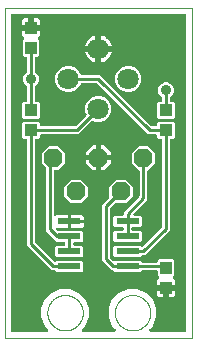
<source format=gbl>
G04 EAGLE Gerber RS-274X export*
G75*
%MOMM*%
%FSLAX34Y34*%
%LPD*%
%INBottom layer*%
%IPPOS*%
%AMOC8*
5,1,8,0,0,1.08239X$1,22.5*%
G01*
%ADD10C,0.000000*%
%ADD11C,1.800000*%
%ADD12R,1.000000X1.100000*%
%ADD13R,1.100000X1.000000*%
%ADD14R,1.981200X0.558800*%
%ADD15P,1.732040X8X22.500000*%
%ADD16C,0.254000*%
%ADD17C,0.904800*%

G36*
X845494Y640098D02*
X845494Y640098D01*
X845633Y640111D01*
X845652Y640118D01*
X845672Y640121D01*
X845801Y640172D01*
X845932Y640219D01*
X845949Y640230D01*
X845968Y640238D01*
X846080Y640319D01*
X846195Y640397D01*
X846209Y640413D01*
X846225Y640424D01*
X846314Y640532D01*
X846406Y640636D01*
X846415Y640654D01*
X846428Y640669D01*
X846487Y640795D01*
X846550Y640919D01*
X846555Y640939D01*
X846564Y640957D01*
X846590Y641093D01*
X846620Y641229D01*
X846619Y641250D01*
X846623Y641269D01*
X846615Y641408D01*
X846610Y641547D01*
X846605Y641567D01*
X846604Y641587D01*
X846561Y641719D01*
X846522Y641853D01*
X846512Y641870D01*
X846506Y641889D01*
X846431Y642007D01*
X846360Y642127D01*
X846342Y642148D01*
X846335Y642158D01*
X846320Y642172D01*
X846254Y642247D01*
X843701Y644800D01*
X840644Y652181D01*
X840644Y660169D01*
X843701Y667550D01*
X849350Y673199D01*
X856731Y676256D01*
X864719Y676256D01*
X872100Y673199D01*
X877749Y667550D01*
X880806Y660169D01*
X880806Y652181D01*
X877749Y644800D01*
X875196Y642247D01*
X875111Y642138D01*
X875022Y642031D01*
X875013Y642012D01*
X875001Y641996D01*
X874946Y641868D01*
X874886Y641743D01*
X874883Y641723D01*
X874875Y641704D01*
X874853Y641566D01*
X874827Y641430D01*
X874828Y641410D01*
X874825Y641390D01*
X874838Y641251D01*
X874846Y641113D01*
X874853Y641094D01*
X874855Y641074D01*
X874902Y640942D01*
X874944Y640811D01*
X874955Y640793D01*
X874962Y640774D01*
X875040Y640659D01*
X875115Y640542D01*
X875129Y640528D01*
X875141Y640511D01*
X875245Y640419D01*
X875346Y640324D01*
X875364Y640314D01*
X875379Y640301D01*
X875503Y640237D01*
X875625Y640170D01*
X875644Y640165D01*
X875662Y640156D01*
X875798Y640126D01*
X875933Y640091D01*
X875961Y640089D01*
X875973Y640086D01*
X875993Y640087D01*
X876093Y640081D01*
X902507Y640081D01*
X902644Y640098D01*
X902783Y640111D01*
X902802Y640118D01*
X902822Y640121D01*
X902951Y640172D01*
X903082Y640219D01*
X903099Y640230D01*
X903118Y640238D01*
X903230Y640319D01*
X903345Y640397D01*
X903359Y640413D01*
X903375Y640424D01*
X903464Y640532D01*
X903556Y640636D01*
X903565Y640654D01*
X903578Y640669D01*
X903637Y640795D01*
X903700Y640919D01*
X903705Y640939D01*
X903714Y640957D01*
X903740Y641093D01*
X903770Y641229D01*
X903769Y641250D01*
X903773Y641269D01*
X903765Y641408D01*
X903760Y641547D01*
X903755Y641567D01*
X903754Y641587D01*
X903711Y641719D01*
X903672Y641853D01*
X903662Y641870D01*
X903656Y641889D01*
X903581Y642007D01*
X903510Y642127D01*
X903492Y642148D01*
X903485Y642158D01*
X903470Y642172D01*
X903404Y642247D01*
X900851Y644800D01*
X897794Y652181D01*
X897794Y660169D01*
X900851Y667550D01*
X906500Y673199D01*
X913881Y676256D01*
X921869Y676256D01*
X929250Y673199D01*
X934899Y667550D01*
X937956Y660169D01*
X937956Y652181D01*
X934899Y644800D01*
X932346Y642247D01*
X932261Y642138D01*
X932172Y642031D01*
X932163Y642012D01*
X932151Y641996D01*
X932096Y641868D01*
X932036Y641743D01*
X932033Y641723D01*
X932025Y641704D01*
X932003Y641566D01*
X931977Y641430D01*
X931978Y641410D01*
X931975Y641390D01*
X931988Y641251D01*
X931996Y641113D01*
X932003Y641094D01*
X932005Y641074D01*
X932052Y640942D01*
X932094Y640811D01*
X932105Y640793D01*
X932112Y640774D01*
X932190Y640659D01*
X932265Y640542D01*
X932279Y640528D01*
X932291Y640511D01*
X932395Y640419D01*
X932496Y640324D01*
X932514Y640314D01*
X932529Y640301D01*
X932653Y640237D01*
X932775Y640170D01*
X932794Y640165D01*
X932812Y640156D01*
X932948Y640126D01*
X933083Y640091D01*
X933111Y640089D01*
X933123Y640086D01*
X933143Y640087D01*
X933243Y640081D01*
X962025Y640081D01*
X962143Y640096D01*
X962262Y640103D01*
X962300Y640116D01*
X962341Y640121D01*
X962451Y640164D01*
X962564Y640201D01*
X962599Y640223D01*
X962636Y640238D01*
X962732Y640307D01*
X962833Y640371D01*
X962861Y640401D01*
X962894Y640424D01*
X962970Y640516D01*
X963051Y640603D01*
X963071Y640638D01*
X963096Y640669D01*
X963147Y640777D01*
X963205Y640881D01*
X963215Y640921D01*
X963232Y640957D01*
X963254Y641074D01*
X963284Y641189D01*
X963288Y641249D01*
X963292Y641269D01*
X963290Y641290D01*
X963294Y641350D01*
X963294Y908050D01*
X963279Y908168D01*
X963272Y908287D01*
X963259Y908325D01*
X963254Y908366D01*
X963211Y908476D01*
X963174Y908589D01*
X963152Y908624D01*
X963137Y908661D01*
X963068Y908757D01*
X963004Y908858D01*
X962974Y908886D01*
X962951Y908919D01*
X962859Y908995D01*
X962772Y909076D01*
X962737Y909096D01*
X962706Y909121D01*
X962598Y909172D01*
X962494Y909230D01*
X962454Y909240D01*
X962418Y909257D01*
X962301Y909279D01*
X962186Y909309D01*
X962126Y909313D01*
X962106Y909317D01*
X962085Y909315D01*
X962025Y909319D01*
X815975Y909319D01*
X815857Y909304D01*
X815738Y909297D01*
X815700Y909284D01*
X815659Y909279D01*
X815549Y909236D01*
X815436Y909199D01*
X815401Y909177D01*
X815364Y909162D01*
X815268Y909093D01*
X815167Y909029D01*
X815139Y908999D01*
X815106Y908976D01*
X815030Y908884D01*
X814949Y908797D01*
X814929Y908762D01*
X814904Y908731D01*
X814853Y908623D01*
X814795Y908519D01*
X814785Y908479D01*
X814768Y908443D01*
X814746Y908326D01*
X814716Y908211D01*
X814712Y908151D01*
X814708Y908131D01*
X814710Y908110D01*
X814706Y908050D01*
X814706Y641350D01*
X814721Y641232D01*
X814728Y641113D01*
X814741Y641075D01*
X814746Y641034D01*
X814789Y640924D01*
X814826Y640811D01*
X814848Y640776D01*
X814863Y640739D01*
X814932Y640643D01*
X814996Y640542D01*
X815026Y640514D01*
X815049Y640481D01*
X815141Y640405D01*
X815228Y640324D01*
X815263Y640304D01*
X815294Y640279D01*
X815402Y640228D01*
X815506Y640170D01*
X815546Y640160D01*
X815582Y640143D01*
X815699Y640121D01*
X815814Y640091D01*
X815874Y640087D01*
X815894Y640083D01*
X815915Y640085D01*
X815975Y640081D01*
X845357Y640081D01*
X845494Y640098D01*
G37*
%LPC*%
G36*
X902890Y703198D02*
X902890Y703198D01*
X901699Y704389D01*
X901699Y711661D01*
X902890Y712852D01*
X924386Y712852D01*
X924923Y712314D01*
X925018Y712241D01*
X925107Y712162D01*
X925143Y712144D01*
X925175Y712119D01*
X925284Y712072D01*
X925390Y712018D01*
X925429Y712009D01*
X925467Y711993D01*
X925584Y711974D01*
X925700Y711948D01*
X925741Y711949D01*
X925781Y711943D01*
X925899Y711954D01*
X926018Y711958D01*
X926057Y711969D01*
X926097Y711973D01*
X926210Y712013D01*
X926324Y712046D01*
X926358Y712067D01*
X926397Y712081D01*
X926495Y712147D01*
X926598Y712208D01*
X926643Y712248D01*
X926660Y712259D01*
X926673Y712274D01*
X926718Y712314D01*
X942476Y728071D01*
X942536Y728150D01*
X942604Y728222D01*
X942633Y728275D01*
X942670Y728323D01*
X942710Y728414D01*
X942758Y728500D01*
X942773Y728559D01*
X942797Y728614D01*
X942812Y728712D01*
X942837Y728808D01*
X942843Y728908D01*
X942847Y728928D01*
X942845Y728941D01*
X942847Y728969D01*
X942847Y802348D01*
X942832Y802466D01*
X942825Y802585D01*
X942812Y802623D01*
X942807Y802664D01*
X942764Y802774D01*
X942727Y802887D01*
X942705Y802922D01*
X942690Y802959D01*
X942621Y803055D01*
X942557Y803156D01*
X942527Y803184D01*
X942504Y803217D01*
X942412Y803293D01*
X942325Y803374D01*
X942290Y803394D01*
X942259Y803419D01*
X942151Y803470D01*
X942047Y803528D01*
X942007Y803538D01*
X941971Y803555D01*
X941854Y803577D01*
X941739Y803607D01*
X941679Y803611D01*
X941659Y803615D01*
X941638Y803613D01*
X941578Y803617D01*
X939808Y803617D01*
X938617Y804808D01*
X938617Y806078D01*
X938602Y806196D01*
X938595Y806315D01*
X938582Y806353D01*
X938577Y806394D01*
X938534Y806504D01*
X938497Y806617D01*
X938475Y806652D01*
X938460Y806689D01*
X938391Y806785D01*
X938327Y806886D01*
X938297Y806914D01*
X938274Y806947D01*
X938182Y807023D01*
X938095Y807104D01*
X938060Y807124D01*
X938029Y807149D01*
X937921Y807200D01*
X937817Y807258D01*
X937777Y807268D01*
X937741Y807285D01*
X937624Y807307D01*
X937509Y807337D01*
X937449Y807341D01*
X937429Y807345D01*
X937408Y807343D01*
X937348Y807347D01*
X931057Y807347D01*
X888004Y850401D01*
X887925Y850461D01*
X887853Y850529D01*
X887800Y850558D01*
X887752Y850595D01*
X887661Y850635D01*
X887575Y850683D01*
X887516Y850698D01*
X887461Y850722D01*
X887363Y850737D01*
X887267Y850762D01*
X887167Y850768D01*
X887146Y850772D01*
X887134Y850770D01*
X887106Y850772D01*
X875022Y850772D01*
X874993Y850769D01*
X874963Y850771D01*
X874835Y850749D01*
X874706Y850732D01*
X874679Y850722D01*
X874650Y850717D01*
X874531Y850663D01*
X874411Y850615D01*
X874387Y850598D01*
X874360Y850586D01*
X874258Y850505D01*
X874153Y850429D01*
X874134Y850406D01*
X874111Y850387D01*
X874033Y850284D01*
X873950Y850184D01*
X873938Y850157D01*
X873920Y850133D01*
X873849Y849989D01*
X872953Y847825D01*
X869850Y844722D01*
X865795Y843042D01*
X861405Y843042D01*
X857350Y844722D01*
X854247Y847825D01*
X852567Y851880D01*
X852567Y856270D01*
X854247Y860325D01*
X857350Y863428D01*
X861405Y865108D01*
X865795Y865108D01*
X869850Y863428D01*
X872953Y860325D01*
X873849Y858161D01*
X873864Y858136D01*
X873873Y858108D01*
X873942Y857998D01*
X874007Y857885D01*
X874027Y857864D01*
X874043Y857839D01*
X874138Y857750D01*
X874228Y857657D01*
X874253Y857641D01*
X874275Y857621D01*
X874388Y857558D01*
X874499Y857490D01*
X874527Y857482D01*
X874553Y857467D01*
X874679Y857435D01*
X874803Y857397D01*
X874832Y857395D01*
X874861Y857388D01*
X875022Y857378D01*
X890368Y857378D01*
X933421Y814324D01*
X933500Y814264D01*
X933572Y814196D01*
X933625Y814167D01*
X933673Y814130D01*
X933764Y814090D01*
X933850Y814042D01*
X933909Y814027D01*
X933964Y814003D01*
X934062Y813988D01*
X934158Y813963D01*
X934258Y813957D01*
X934279Y813953D01*
X934291Y813955D01*
X934319Y813953D01*
X937348Y813953D01*
X937466Y813968D01*
X937585Y813975D01*
X937623Y813988D01*
X937664Y813993D01*
X937774Y814036D01*
X937887Y814073D01*
X937922Y814095D01*
X937959Y814110D01*
X938055Y814179D01*
X938156Y814243D01*
X938184Y814273D01*
X938217Y814296D01*
X938293Y814388D01*
X938374Y814475D01*
X938394Y814510D01*
X938419Y814541D01*
X938470Y814649D01*
X938528Y814753D01*
X938538Y814793D01*
X938555Y814829D01*
X938577Y814946D01*
X938607Y815061D01*
X938611Y815121D01*
X938615Y815141D01*
X938614Y815153D01*
X938615Y815157D01*
X938614Y815169D01*
X938617Y815222D01*
X938617Y816492D01*
X939808Y817683D01*
X952492Y817683D01*
X953683Y816492D01*
X953683Y804808D01*
X952492Y803617D01*
X950722Y803617D01*
X950604Y803602D01*
X950485Y803595D01*
X950447Y803582D01*
X950406Y803577D01*
X950296Y803534D01*
X950183Y803497D01*
X950148Y803475D01*
X950111Y803460D01*
X950015Y803391D01*
X949914Y803327D01*
X949886Y803297D01*
X949853Y803274D01*
X949777Y803182D01*
X949696Y803095D01*
X949676Y803060D01*
X949651Y803029D01*
X949600Y802921D01*
X949542Y802817D01*
X949532Y802777D01*
X949515Y802741D01*
X949493Y802624D01*
X949463Y802509D01*
X949459Y802449D01*
X949455Y802429D01*
X949457Y802408D01*
X949453Y802348D01*
X949453Y725707D01*
X947147Y723401D01*
X947146Y723401D01*
X930774Y707029D01*
X928468Y704722D01*
X926436Y704722D01*
X926338Y704710D01*
X926238Y704707D01*
X926180Y704690D01*
X926120Y704682D01*
X926028Y704646D01*
X925933Y704618D01*
X925881Y704588D01*
X925824Y704565D01*
X925744Y704507D01*
X925659Y704457D01*
X925584Y704391D01*
X925567Y704379D01*
X925559Y704369D01*
X925538Y704351D01*
X924386Y703198D01*
X902890Y703198D01*
G37*
%LPD*%
%LPC*%
G36*
X853614Y690498D02*
X853614Y690498D01*
X852462Y691651D01*
X852383Y691711D01*
X852311Y691779D01*
X852258Y691808D01*
X852210Y691845D01*
X852120Y691885D01*
X852033Y691933D01*
X851974Y691948D01*
X851919Y691972D01*
X851821Y691987D01*
X851725Y692012D01*
X851625Y692018D01*
X851605Y692022D01*
X851592Y692020D01*
X851564Y692022D01*
X849532Y692022D01*
X828547Y713007D01*
X828547Y802348D01*
X828532Y802466D01*
X828525Y802585D01*
X828512Y802623D01*
X828507Y802664D01*
X828464Y802774D01*
X828427Y802887D01*
X828405Y802922D01*
X828390Y802959D01*
X828321Y803055D01*
X828257Y803156D01*
X828227Y803184D01*
X828204Y803217D01*
X828112Y803293D01*
X828025Y803374D01*
X827990Y803394D01*
X827959Y803419D01*
X827851Y803470D01*
X827747Y803528D01*
X827707Y803538D01*
X827671Y803555D01*
X827554Y803577D01*
X827439Y803607D01*
X827379Y803611D01*
X827359Y803615D01*
X827338Y803613D01*
X827278Y803617D01*
X825508Y803617D01*
X824317Y804808D01*
X824317Y816492D01*
X825508Y817683D01*
X838192Y817683D01*
X839383Y816492D01*
X839383Y815222D01*
X839398Y815104D01*
X839405Y814985D01*
X839418Y814947D01*
X839423Y814906D01*
X839466Y814796D01*
X839503Y814683D01*
X839525Y814648D01*
X839540Y814611D01*
X839609Y814515D01*
X839673Y814414D01*
X839703Y814386D01*
X839726Y814353D01*
X839818Y814277D01*
X839905Y814196D01*
X839940Y814176D01*
X839971Y814151D01*
X840079Y814100D01*
X840183Y814042D01*
X840223Y814032D01*
X840259Y814015D01*
X840376Y813993D01*
X840491Y813963D01*
X840551Y813959D01*
X840571Y813955D01*
X840592Y813957D01*
X840652Y813953D01*
X869081Y813953D01*
X869179Y813965D01*
X869278Y813968D01*
X869337Y813985D01*
X869397Y813993D01*
X869489Y814029D01*
X869584Y814057D01*
X869636Y814087D01*
X869692Y814110D01*
X869772Y814168D01*
X869858Y814218D01*
X869933Y814284D01*
X869950Y814296D01*
X869958Y814306D01*
X869960Y814308D01*
X869965Y814312D01*
X869967Y814314D01*
X869979Y814324D01*
X878588Y822934D01*
X878606Y822957D01*
X878629Y822976D01*
X878703Y823082D01*
X878783Y823185D01*
X878795Y823212D01*
X878812Y823236D01*
X878858Y823358D01*
X878909Y823477D01*
X878914Y823506D01*
X878925Y823534D01*
X878939Y823663D01*
X878959Y823791D01*
X878957Y823821D01*
X878960Y823850D01*
X878942Y823978D01*
X878930Y824108D01*
X878920Y824136D01*
X878915Y824165D01*
X878863Y824317D01*
X877967Y826480D01*
X877967Y830870D01*
X879647Y834925D01*
X882750Y838028D01*
X886805Y839708D01*
X891195Y839708D01*
X895250Y838028D01*
X898353Y834925D01*
X900033Y830870D01*
X900033Y826480D01*
X898353Y822425D01*
X895250Y819322D01*
X891195Y817642D01*
X886805Y817642D01*
X884642Y818538D01*
X884614Y818546D01*
X884587Y818560D01*
X884461Y818588D01*
X884335Y818622D01*
X884306Y818623D01*
X884277Y818629D01*
X884147Y818625D01*
X884017Y818627D01*
X883989Y818620D01*
X883959Y818620D01*
X883835Y818584D01*
X883708Y818553D01*
X883682Y818539D01*
X883654Y818531D01*
X883542Y818465D01*
X883427Y818404D01*
X883405Y818385D01*
X883380Y818370D01*
X883259Y818263D01*
X874649Y809654D01*
X872343Y807347D01*
X840652Y807347D01*
X840534Y807332D01*
X840415Y807325D01*
X840377Y807312D01*
X840336Y807307D01*
X840226Y807264D01*
X840113Y807227D01*
X840078Y807205D01*
X840041Y807190D01*
X839945Y807121D01*
X839844Y807057D01*
X839816Y807027D01*
X839783Y807004D01*
X839707Y806912D01*
X839626Y806825D01*
X839606Y806790D01*
X839581Y806759D01*
X839530Y806651D01*
X839472Y806547D01*
X839462Y806507D01*
X839445Y806471D01*
X839423Y806354D01*
X839393Y806239D01*
X839389Y806179D01*
X839385Y806159D01*
X839387Y806138D01*
X839383Y806078D01*
X839383Y804808D01*
X838192Y803617D01*
X836422Y803617D01*
X836304Y803602D01*
X836185Y803595D01*
X836147Y803582D01*
X836106Y803577D01*
X835996Y803534D01*
X835883Y803497D01*
X835848Y803475D01*
X835811Y803460D01*
X835715Y803391D01*
X835614Y803327D01*
X835586Y803297D01*
X835553Y803274D01*
X835477Y803182D01*
X835396Y803095D01*
X835376Y803060D01*
X835351Y803029D01*
X835300Y802921D01*
X835242Y802817D01*
X835232Y802777D01*
X835215Y802741D01*
X835193Y802624D01*
X835163Y802509D01*
X835159Y802449D01*
X835155Y802429D01*
X835157Y802408D01*
X835153Y802348D01*
X835153Y716269D01*
X835165Y716171D01*
X835168Y716072D01*
X835185Y716013D01*
X835193Y715953D01*
X835229Y715861D01*
X835257Y715766D01*
X835287Y715714D01*
X835310Y715658D01*
X835368Y715578D01*
X835418Y715492D01*
X835484Y715417D01*
X835496Y715400D01*
X835506Y715392D01*
X835524Y715371D01*
X851282Y699614D01*
X851376Y699541D01*
X851465Y699462D01*
X851501Y699444D01*
X851533Y699419D01*
X851642Y699372D01*
X851748Y699318D01*
X851787Y699309D01*
X851825Y699293D01*
X851943Y699274D01*
X852058Y699248D01*
X852099Y699249D01*
X852139Y699243D01*
X852257Y699254D01*
X852376Y699258D01*
X852415Y699269D01*
X852455Y699273D01*
X852567Y699313D01*
X852682Y699346D01*
X852717Y699367D01*
X852755Y699381D01*
X852853Y699447D01*
X852956Y699508D01*
X853001Y699548D01*
X853018Y699559D01*
X853031Y699574D01*
X853077Y699614D01*
X853614Y700152D01*
X875110Y700152D01*
X876301Y698961D01*
X876301Y691689D01*
X875110Y690498D01*
X853614Y690498D01*
G37*
%LPD*%
%LPC*%
G36*
X946149Y678846D02*
X946149Y678846D01*
X946105Y678956D01*
X946069Y679069D01*
X946047Y679104D01*
X946032Y679141D01*
X945962Y679237D01*
X945899Y679338D01*
X945869Y679366D01*
X945845Y679399D01*
X945754Y679475D01*
X945667Y679556D01*
X945632Y679576D01*
X945600Y679601D01*
X945493Y679652D01*
X945388Y679710D01*
X945349Y679720D01*
X945313Y679737D01*
X945196Y679759D01*
X945080Y679789D01*
X945020Y679793D01*
X945000Y679797D01*
X944980Y679795D01*
X944920Y679799D01*
X938609Y679799D01*
X938609Y683134D01*
X938782Y683781D01*
X939117Y684360D01*
X939590Y684833D01*
X939839Y684977D01*
X939939Y685053D01*
X940043Y685123D01*
X940065Y685149D01*
X940092Y685169D01*
X940170Y685268D01*
X940254Y685362D01*
X940269Y685392D01*
X940290Y685418D01*
X940341Y685533D01*
X940398Y685645D01*
X940406Y685678D01*
X940419Y685709D01*
X940440Y685833D01*
X940468Y685955D01*
X940467Y685989D01*
X940472Y686022D01*
X940462Y686148D01*
X940458Y686273D01*
X940449Y686306D01*
X940446Y686339D01*
X940405Y686458D01*
X940370Y686579D01*
X940353Y686608D01*
X940342Y686640D01*
X940272Y686744D01*
X940208Y686853D01*
X940176Y686889D01*
X940166Y686905D01*
X940150Y686919D01*
X940102Y686974D01*
X939117Y687958D01*
X939117Y690753D01*
X939102Y690871D01*
X939095Y690990D01*
X939082Y691028D01*
X939077Y691069D01*
X939034Y691179D01*
X938997Y691292D01*
X938975Y691327D01*
X938960Y691364D01*
X938891Y691460D01*
X938827Y691561D01*
X938797Y691589D01*
X938774Y691622D01*
X938682Y691698D01*
X938595Y691779D01*
X938560Y691799D01*
X938529Y691824D01*
X938421Y691875D01*
X938317Y691933D01*
X938277Y691943D01*
X938241Y691960D01*
X938124Y691982D01*
X938009Y692012D01*
X937949Y692016D01*
X937929Y692020D01*
X937908Y692018D01*
X937848Y692022D01*
X926436Y692022D01*
X926338Y692010D01*
X926238Y692007D01*
X926180Y691990D01*
X926120Y691982D01*
X926028Y691946D01*
X925933Y691918D01*
X925881Y691888D01*
X925824Y691865D01*
X925744Y691807D01*
X925659Y691757D01*
X925584Y691691D01*
X925567Y691679D01*
X925559Y691669D01*
X925538Y691651D01*
X924386Y690498D01*
X902890Y690498D01*
X901738Y691651D01*
X901660Y691711D01*
X901587Y691779D01*
X901534Y691808D01*
X901487Y691845D01*
X901396Y691885D01*
X901309Y691933D01*
X901250Y691948D01*
X901195Y691972D01*
X901097Y691987D01*
X901001Y692012D01*
X900901Y692018D01*
X900881Y692022D01*
X900868Y692020D01*
X900840Y692022D01*
X900332Y692022D01*
X892047Y700307D01*
X892047Y747493D01*
X894354Y749799D01*
X897722Y753168D01*
X897795Y753262D01*
X897874Y753351D01*
X897892Y753387D01*
X897917Y753419D01*
X897965Y753529D01*
X898019Y753635D01*
X898027Y753674D01*
X898044Y753711D01*
X898062Y753829D01*
X898088Y753945D01*
X898087Y753985D01*
X898093Y754025D01*
X898082Y754144D01*
X898079Y754263D01*
X898067Y754302D01*
X898064Y754342D01*
X898023Y754454D01*
X898016Y754478D01*
X898016Y762981D01*
X903894Y768859D01*
X912206Y768859D01*
X918084Y762981D01*
X918084Y754669D01*
X912206Y748791D01*
X903726Y748791D01*
X903721Y748794D01*
X903682Y748802D01*
X903645Y748818D01*
X903527Y748837D01*
X903411Y748863D01*
X903371Y748862D01*
X903331Y748868D01*
X903213Y748857D01*
X903093Y748854D01*
X903054Y748842D01*
X903014Y748839D01*
X902902Y748798D01*
X902788Y748765D01*
X902753Y748745D01*
X902715Y748731D01*
X902616Y748664D01*
X902514Y748604D01*
X902469Y748564D01*
X902452Y748553D01*
X902438Y748537D01*
X902393Y748497D01*
X899024Y745129D01*
X898964Y745050D01*
X898896Y744978D01*
X898867Y744925D01*
X898830Y744877D01*
X898790Y744786D01*
X898742Y744700D01*
X898727Y744641D01*
X898703Y744586D01*
X898688Y744488D01*
X898663Y744392D01*
X898657Y744292D01*
X898653Y744271D01*
X898655Y744259D01*
X898653Y744231D01*
X898653Y703569D01*
X898665Y703471D01*
X898668Y703372D01*
X898685Y703313D01*
X898693Y703253D01*
X898729Y703161D01*
X898757Y703066D01*
X898787Y703014D01*
X898810Y702958D01*
X898868Y702878D01*
X898918Y702792D01*
X898984Y702717D01*
X898996Y702700D01*
X899006Y702692D01*
X899024Y702671D01*
X901320Y700376D01*
X901414Y700303D01*
X901503Y700224D01*
X901539Y700206D01*
X901571Y700181D01*
X901680Y700134D01*
X901786Y700080D01*
X901826Y700071D01*
X901863Y700055D01*
X901981Y700036D01*
X902097Y700010D01*
X902137Y700011D01*
X902177Y700005D01*
X902296Y700016D01*
X902414Y700020D01*
X902453Y700031D01*
X902493Y700035D01*
X902605Y700075D01*
X902720Y700108D01*
X902755Y700129D01*
X902793Y700143D01*
X902806Y700152D01*
X924386Y700152D01*
X925538Y698999D01*
X925616Y698939D01*
X925689Y698871D01*
X925742Y698842D01*
X925789Y698805D01*
X925880Y698765D01*
X925967Y698717D01*
X926026Y698702D01*
X926081Y698678D01*
X926179Y698663D01*
X926275Y698638D01*
X926375Y698632D01*
X926395Y698628D01*
X926408Y698630D01*
X926436Y698628D01*
X937848Y698628D01*
X937966Y698643D01*
X938085Y698650D01*
X938123Y698663D01*
X938164Y698668D01*
X938274Y698711D01*
X938387Y698748D01*
X938422Y698770D01*
X938459Y698785D01*
X938555Y698854D01*
X938656Y698918D01*
X938684Y698948D01*
X938717Y698971D01*
X938793Y699063D01*
X938874Y699150D01*
X938894Y699185D01*
X938919Y699216D01*
X938970Y699324D01*
X939028Y699428D01*
X939038Y699468D01*
X939055Y699504D01*
X939077Y699621D01*
X939107Y699736D01*
X939111Y699796D01*
X939115Y699816D01*
X939113Y699837D01*
X939117Y699897D01*
X939117Y700642D01*
X940308Y701833D01*
X951992Y701833D01*
X953183Y700642D01*
X953183Y687958D01*
X952198Y686974D01*
X952121Y686874D01*
X952039Y686779D01*
X952024Y686749D01*
X952003Y686722D01*
X951953Y686607D01*
X951897Y686494D01*
X951890Y686461D01*
X951877Y686430D01*
X951857Y686306D01*
X951831Y686183D01*
X951832Y686150D01*
X951827Y686116D01*
X951839Y685991D01*
X951844Y685866D01*
X951854Y685833D01*
X951857Y685800D01*
X951899Y685681D01*
X951936Y685561D01*
X951953Y685532D01*
X951964Y685500D01*
X952035Y685396D01*
X952100Y685289D01*
X952124Y685265D01*
X952143Y685237D01*
X952237Y685154D01*
X952327Y685066D01*
X952368Y685039D01*
X952381Y685027D01*
X952401Y685017D01*
X952461Y684977D01*
X952710Y684833D01*
X953183Y684360D01*
X953518Y683781D01*
X953691Y683134D01*
X953691Y679799D01*
X947380Y679799D01*
X947262Y679784D01*
X947143Y679777D01*
X947105Y679764D01*
X947065Y679759D01*
X946954Y679716D01*
X946841Y679679D01*
X946807Y679657D01*
X946769Y679642D01*
X946673Y679573D01*
X946572Y679509D01*
X946544Y679479D01*
X946512Y679456D01*
X946436Y679364D01*
X946354Y679277D01*
X946335Y679242D01*
X946309Y679211D01*
X946258Y679103D01*
X946201Y678999D01*
X946191Y678959D01*
X946173Y678923D01*
X946153Y678816D01*
X946149Y678846D01*
G37*
%LPD*%
%LPC*%
G36*
X853614Y703198D02*
X853614Y703198D01*
X852423Y704389D01*
X852423Y711661D01*
X853614Y712852D01*
X859790Y712852D01*
X859908Y712867D01*
X860027Y712874D01*
X860065Y712887D01*
X860106Y712892D01*
X860216Y712935D01*
X860329Y712972D01*
X860364Y712994D01*
X860401Y713009D01*
X860497Y713078D01*
X860598Y713142D01*
X860626Y713172D01*
X860659Y713195D01*
X860735Y713287D01*
X860816Y713374D01*
X860836Y713409D01*
X860861Y713440D01*
X860912Y713548D01*
X860970Y713652D01*
X860980Y713692D01*
X860997Y713728D01*
X861019Y713845D01*
X861049Y713960D01*
X861053Y714020D01*
X861057Y714040D01*
X861055Y714061D01*
X861059Y714121D01*
X861059Y714629D01*
X861044Y714747D01*
X861037Y714866D01*
X861024Y714904D01*
X861019Y714945D01*
X860976Y715055D01*
X860939Y715168D01*
X860917Y715203D01*
X860902Y715240D01*
X860833Y715336D01*
X860769Y715437D01*
X860739Y715465D01*
X860716Y715498D01*
X860624Y715574D01*
X860537Y715655D01*
X860502Y715675D01*
X860471Y715700D01*
X860363Y715751D01*
X860259Y715809D01*
X860219Y715819D01*
X860183Y715836D01*
X860066Y715858D01*
X859951Y715888D01*
X859891Y715892D01*
X859871Y715896D01*
X859850Y715894D01*
X859790Y715898D01*
X853614Y715898D01*
X852423Y717089D01*
X852423Y717180D01*
X852411Y717278D01*
X852408Y717377D01*
X852391Y717436D01*
X852383Y717496D01*
X852347Y717588D01*
X852319Y717683D01*
X852289Y717735D01*
X852266Y717791D01*
X852208Y717871D01*
X852158Y717957D01*
X852092Y718032D01*
X852080Y718049D01*
X852070Y718057D01*
X852052Y718078D01*
X844422Y725707D01*
X844422Y779162D01*
X844410Y779260D01*
X844407Y779359D01*
X844390Y779418D01*
X844382Y779478D01*
X844346Y779570D01*
X844318Y779665D01*
X844288Y779717D01*
X844265Y779773D01*
X844207Y779854D01*
X844157Y779939D01*
X844091Y780014D01*
X844079Y780031D01*
X844069Y780039D01*
X844051Y780060D01*
X840866Y783244D01*
X840866Y791556D01*
X846744Y797434D01*
X855056Y797434D01*
X860934Y791556D01*
X860934Y783244D01*
X855056Y777366D01*
X852297Y777366D01*
X852179Y777351D01*
X852060Y777344D01*
X852022Y777331D01*
X851981Y777326D01*
X851871Y777283D01*
X851758Y777246D01*
X851723Y777224D01*
X851686Y777209D01*
X851590Y777140D01*
X851489Y777076D01*
X851461Y777046D01*
X851428Y777023D01*
X851352Y776931D01*
X851271Y776844D01*
X851251Y776809D01*
X851226Y776778D01*
X851175Y776670D01*
X851117Y776566D01*
X851107Y776526D01*
X851090Y776490D01*
X851068Y776373D01*
X851038Y776258D01*
X851034Y776198D01*
X851030Y776178D01*
X851032Y776157D01*
X851028Y776097D01*
X851028Y739372D01*
X851044Y739241D01*
X851055Y739109D01*
X851064Y739083D01*
X851068Y739056D01*
X851116Y738933D01*
X851160Y738808D01*
X851175Y738786D01*
X851185Y738761D01*
X851262Y738653D01*
X851336Y738543D01*
X851356Y738525D01*
X851371Y738503D01*
X851473Y738419D01*
X851572Y738330D01*
X851596Y738318D01*
X851616Y738300D01*
X851736Y738244D01*
X851853Y738183D01*
X851880Y738176D01*
X851904Y738165D01*
X852034Y738140D01*
X852163Y738110D01*
X852190Y738110D01*
X852216Y738105D01*
X852348Y738113D01*
X852481Y738116D01*
X852507Y738123D01*
X852534Y738125D01*
X852660Y738166D01*
X852787Y738201D01*
X852822Y738218D01*
X852836Y738223D01*
X852855Y738235D01*
X852932Y738273D01*
X853475Y738587D01*
X854122Y738760D01*
X862966Y738760D01*
X862966Y733552D01*
X862977Y733463D01*
X862976Y733458D01*
X862972Y733398D01*
X862968Y733378D01*
X862970Y733358D01*
X862966Y733298D01*
X862966Y728090D01*
X854445Y728090D01*
X854420Y728087D01*
X854396Y728089D01*
X854263Y728067D01*
X854129Y728050D01*
X854106Y728041D01*
X854082Y728037D01*
X853958Y727983D01*
X853834Y727933D01*
X853814Y727919D01*
X853791Y727909D01*
X853685Y727826D01*
X853576Y727747D01*
X853560Y727727D01*
X853541Y727712D01*
X853459Y727605D01*
X853373Y727502D01*
X853363Y727479D01*
X853348Y727460D01*
X853295Y727335D01*
X853238Y727214D01*
X853233Y727190D01*
X853223Y727167D01*
X853203Y727033D01*
X853178Y726902D01*
X853180Y726877D01*
X853176Y726852D01*
X853189Y726718D01*
X853198Y726584D01*
X853205Y726561D01*
X853208Y726536D01*
X853254Y726410D01*
X853296Y726282D01*
X853309Y726261D01*
X853318Y726237D01*
X853394Y726127D01*
X853466Y726013D01*
X853484Y725996D01*
X853498Y725976D01*
X853599Y725887D01*
X853698Y725795D01*
X853719Y725783D01*
X853738Y725767D01*
X853877Y725686D01*
X853929Y725668D01*
X853976Y725641D01*
X854078Y725615D01*
X854177Y725580D01*
X854231Y725576D01*
X854284Y725562D01*
X854445Y725552D01*
X875110Y725552D01*
X876301Y724361D01*
X876301Y717089D01*
X875110Y715898D01*
X868934Y715898D01*
X868816Y715883D01*
X868697Y715876D01*
X868659Y715863D01*
X868618Y715858D01*
X868508Y715815D01*
X868395Y715778D01*
X868360Y715756D01*
X868323Y715741D01*
X868227Y715672D01*
X868126Y715608D01*
X868098Y715578D01*
X868065Y715555D01*
X867989Y715463D01*
X867908Y715376D01*
X867888Y715341D01*
X867863Y715310D01*
X867812Y715202D01*
X867754Y715098D01*
X867744Y715058D01*
X867727Y715022D01*
X867705Y714905D01*
X867675Y714790D01*
X867671Y714730D01*
X867667Y714710D01*
X867669Y714689D01*
X867665Y714629D01*
X867665Y714121D01*
X867680Y714003D01*
X867687Y713884D01*
X867700Y713846D01*
X867705Y713805D01*
X867748Y713695D01*
X867785Y713582D01*
X867807Y713547D01*
X867822Y713510D01*
X867891Y713414D01*
X867955Y713313D01*
X867985Y713285D01*
X868008Y713252D01*
X868100Y713176D01*
X868187Y713095D01*
X868222Y713075D01*
X868253Y713050D01*
X868361Y712999D01*
X868465Y712941D01*
X868505Y712931D01*
X868541Y712914D01*
X868658Y712892D01*
X868773Y712862D01*
X868833Y712858D01*
X868853Y712854D01*
X868874Y712856D01*
X868934Y712852D01*
X875110Y712852D01*
X876301Y711661D01*
X876301Y704389D01*
X875110Y703198D01*
X853614Y703198D01*
G37*
%LPD*%
%LPC*%
G36*
X902890Y715898D02*
X902890Y715898D01*
X901699Y717089D01*
X901699Y724361D01*
X902890Y725552D01*
X909066Y725552D01*
X909184Y725567D01*
X909303Y725574D01*
X909341Y725587D01*
X909382Y725592D01*
X909492Y725635D01*
X909605Y725672D01*
X909640Y725694D01*
X909677Y725709D01*
X909773Y725778D01*
X909874Y725842D01*
X909902Y725872D01*
X909935Y725895D01*
X910011Y725987D01*
X910092Y726074D01*
X910112Y726109D01*
X910137Y726140D01*
X910188Y726248D01*
X910246Y726352D01*
X910256Y726392D01*
X910273Y726428D01*
X910295Y726545D01*
X910325Y726660D01*
X910329Y726720D01*
X910333Y726740D01*
X910331Y726761D01*
X910335Y726821D01*
X910335Y727329D01*
X910320Y727447D01*
X910313Y727566D01*
X910300Y727604D01*
X910295Y727645D01*
X910252Y727755D01*
X910215Y727868D01*
X910193Y727903D01*
X910178Y727940D01*
X910109Y728036D01*
X910045Y728137D01*
X910015Y728165D01*
X909992Y728198D01*
X909900Y728274D01*
X909813Y728355D01*
X909778Y728375D01*
X909747Y728400D01*
X909639Y728451D01*
X909535Y728509D01*
X909495Y728519D01*
X909459Y728536D01*
X909342Y728558D01*
X909227Y728588D01*
X909167Y728592D01*
X909147Y728596D01*
X909126Y728594D01*
X909066Y728598D01*
X902890Y728598D01*
X901699Y729789D01*
X901699Y737061D01*
X902890Y738252D01*
X909066Y738252D01*
X909184Y738267D01*
X909303Y738274D01*
X909341Y738287D01*
X909382Y738292D01*
X909492Y738335D01*
X909605Y738372D01*
X909640Y738394D01*
X909677Y738409D01*
X909773Y738478D01*
X909874Y738542D01*
X909902Y738572D01*
X909935Y738595D01*
X910011Y738687D01*
X910092Y738774D01*
X910112Y738809D01*
X910137Y738840D01*
X910188Y738948D01*
X910246Y739052D01*
X910256Y739092D01*
X910273Y739128D01*
X910295Y739245D01*
X910325Y739360D01*
X910329Y739420D01*
X910333Y739440D01*
X910331Y739461D01*
X910335Y739521D01*
X910335Y741143D01*
X923426Y754233D01*
X923486Y754312D01*
X923554Y754384D01*
X923583Y754437D01*
X923620Y754485D01*
X923660Y754576D01*
X923708Y754662D01*
X923723Y754721D01*
X923747Y754776D01*
X923762Y754874D01*
X923787Y754970D01*
X923793Y755070D01*
X923797Y755091D01*
X923795Y755103D01*
X923797Y755131D01*
X923797Y776097D01*
X923782Y776215D01*
X923775Y776334D01*
X923762Y776372D01*
X923757Y776413D01*
X923714Y776523D01*
X923677Y776636D01*
X923655Y776671D01*
X923640Y776708D01*
X923571Y776804D01*
X923507Y776905D01*
X923477Y776933D01*
X923454Y776966D01*
X923362Y777042D01*
X923275Y777123D01*
X923240Y777143D01*
X923209Y777168D01*
X923101Y777219D01*
X923079Y777231D01*
X917066Y783244D01*
X917066Y791556D01*
X922944Y797434D01*
X931256Y797434D01*
X937134Y791556D01*
X937134Y783244D01*
X931137Y777247D01*
X931133Y777246D01*
X931098Y777224D01*
X931061Y777209D01*
X930965Y777140D01*
X930864Y777076D01*
X930836Y777046D01*
X930803Y777023D01*
X930727Y776931D01*
X930646Y776844D01*
X930626Y776809D01*
X930601Y776778D01*
X930550Y776670D01*
X930492Y776566D01*
X930482Y776526D01*
X930465Y776490D01*
X930443Y776373D01*
X930413Y776258D01*
X930409Y776198D01*
X930405Y776178D01*
X930407Y776157D01*
X930403Y776097D01*
X930403Y751869D01*
X918952Y740418D01*
X918867Y740309D01*
X918778Y740202D01*
X918770Y740183D01*
X918757Y740167D01*
X918702Y740039D01*
X918643Y739914D01*
X918639Y739894D01*
X918631Y739875D01*
X918609Y739737D01*
X918583Y739601D01*
X918584Y739581D01*
X918581Y739561D01*
X918594Y739422D01*
X918603Y739284D01*
X918609Y739265D01*
X918611Y739245D01*
X918658Y739113D01*
X918701Y738982D01*
X918712Y738964D01*
X918719Y738945D01*
X918797Y738830D01*
X918871Y738713D01*
X918886Y738699D01*
X918897Y738682D01*
X919001Y738590D01*
X919103Y738495D01*
X919120Y738485D01*
X919136Y738472D01*
X919260Y738408D01*
X919381Y738341D01*
X919401Y738336D01*
X919419Y738327D01*
X919555Y738297D01*
X919689Y738262D01*
X919717Y738260D01*
X919729Y738257D01*
X919750Y738258D01*
X919850Y738252D01*
X924386Y738252D01*
X925577Y737061D01*
X925577Y729789D01*
X924386Y728598D01*
X918210Y728598D01*
X918092Y728583D01*
X917973Y728576D01*
X917935Y728563D01*
X917894Y728558D01*
X917784Y728515D01*
X917671Y728478D01*
X917636Y728456D01*
X917599Y728441D01*
X917503Y728372D01*
X917402Y728308D01*
X917374Y728278D01*
X917341Y728255D01*
X917265Y728163D01*
X917184Y728076D01*
X917164Y728041D01*
X917139Y728010D01*
X917088Y727902D01*
X917030Y727798D01*
X917020Y727758D01*
X917003Y727722D01*
X916981Y727605D01*
X916951Y727490D01*
X916947Y727430D01*
X916943Y727410D01*
X916945Y727389D01*
X916941Y727329D01*
X916941Y726821D01*
X916956Y726703D01*
X916963Y726584D01*
X916976Y726546D01*
X916981Y726505D01*
X917024Y726395D01*
X917061Y726282D01*
X917083Y726247D01*
X917098Y726210D01*
X917167Y726114D01*
X917231Y726013D01*
X917261Y725985D01*
X917284Y725952D01*
X917376Y725876D01*
X917463Y725795D01*
X917498Y725775D01*
X917529Y725750D01*
X917637Y725699D01*
X917741Y725641D01*
X917781Y725631D01*
X917817Y725614D01*
X917934Y725592D01*
X918049Y725562D01*
X918109Y725558D01*
X918129Y725554D01*
X918150Y725556D01*
X918210Y725552D01*
X924386Y725552D01*
X925577Y724361D01*
X925577Y717089D01*
X924386Y715898D01*
X902890Y715898D01*
G37*
%LPD*%
%LPC*%
G36*
X825508Y820617D02*
X825508Y820617D01*
X824317Y821808D01*
X824317Y833492D01*
X825508Y834683D01*
X827278Y834683D01*
X827396Y834698D01*
X827515Y834705D01*
X827553Y834718D01*
X827594Y834723D01*
X827704Y834766D01*
X827817Y834803D01*
X827852Y834825D01*
X827889Y834840D01*
X827985Y834909D01*
X828086Y834973D01*
X828114Y835003D01*
X828147Y835026D01*
X828223Y835118D01*
X828304Y835205D01*
X828324Y835240D01*
X828349Y835271D01*
X828400Y835379D01*
X828458Y835483D01*
X828468Y835523D01*
X828485Y835559D01*
X828507Y835676D01*
X828537Y835791D01*
X828541Y835851D01*
X828545Y835871D01*
X828543Y835892D01*
X828547Y835952D01*
X828547Y847579D01*
X828535Y847678D01*
X828532Y847777D01*
X828515Y847835D01*
X828507Y847895D01*
X828471Y847987D01*
X828443Y848082D01*
X828413Y848134D01*
X828390Y848191D01*
X828332Y848271D01*
X828282Y848356D01*
X828216Y848431D01*
X828204Y848448D01*
X828194Y848456D01*
X828176Y848477D01*
X826291Y850361D01*
X825293Y852771D01*
X825293Y855379D01*
X826291Y857789D01*
X828176Y859673D01*
X828236Y859751D01*
X828304Y859824D01*
X828333Y859877D01*
X828370Y859924D01*
X828410Y860015D01*
X828458Y860102D01*
X828473Y860161D01*
X828497Y860216D01*
X828512Y860314D01*
X828537Y860410D01*
X828543Y860510D01*
X828547Y860530D01*
X828545Y860543D01*
X828547Y860571D01*
X828547Y871698D01*
X828532Y871816D01*
X828525Y871935D01*
X828512Y871973D01*
X828507Y872014D01*
X828464Y872124D01*
X828427Y872237D01*
X828405Y872272D01*
X828390Y872309D01*
X828321Y872405D01*
X828257Y872506D01*
X828227Y872534D01*
X828204Y872567D01*
X828112Y872643D01*
X828025Y872724D01*
X827990Y872744D01*
X827959Y872769D01*
X827851Y872820D01*
X827747Y872878D01*
X827707Y872888D01*
X827671Y872905D01*
X827554Y872927D01*
X827439Y872957D01*
X827379Y872961D01*
X827359Y872965D01*
X827338Y872963D01*
X827278Y872967D01*
X826008Y872967D01*
X824817Y874158D01*
X824817Y886842D01*
X825802Y887826D01*
X825879Y887926D01*
X825961Y888021D01*
X825976Y888051D01*
X825997Y888078D01*
X826047Y888193D01*
X826103Y888306D01*
X826110Y888339D01*
X826123Y888370D01*
X826143Y888494D01*
X826169Y888617D01*
X826168Y888650D01*
X826173Y888684D01*
X826161Y888809D01*
X826156Y888934D01*
X826146Y888967D01*
X826143Y889000D01*
X826101Y889119D01*
X826064Y889239D01*
X826047Y889268D01*
X826036Y889300D01*
X825965Y889404D01*
X825900Y889511D01*
X825876Y889535D01*
X825857Y889563D01*
X825763Y889646D01*
X825673Y889734D01*
X825632Y889761D01*
X825619Y889773D01*
X825599Y889783D01*
X825539Y889823D01*
X825290Y889967D01*
X824817Y890440D01*
X824482Y891019D01*
X824309Y891666D01*
X824309Y895001D01*
X830620Y895001D01*
X830738Y895016D01*
X830857Y895023D01*
X830895Y895035D01*
X830935Y895041D01*
X831046Y895084D01*
X831159Y895121D01*
X831193Y895143D01*
X831231Y895158D01*
X831327Y895227D01*
X831428Y895291D01*
X831456Y895321D01*
X831488Y895344D01*
X831564Y895436D01*
X831646Y895523D01*
X831665Y895558D01*
X831691Y895589D01*
X831742Y895697D01*
X831799Y895801D01*
X831809Y895841D01*
X831827Y895877D01*
X831847Y895984D01*
X831851Y895954D01*
X831895Y895844D01*
X831931Y895731D01*
X831953Y895696D01*
X831968Y895659D01*
X832038Y895562D01*
X832101Y895462D01*
X832131Y895434D01*
X832155Y895401D01*
X832246Y895325D01*
X832333Y895244D01*
X832368Y895224D01*
X832400Y895199D01*
X832507Y895148D01*
X832612Y895090D01*
X832651Y895080D01*
X832687Y895063D01*
X832804Y895041D01*
X832920Y895011D01*
X832980Y895007D01*
X833000Y895003D01*
X833020Y895005D01*
X833080Y895001D01*
X839391Y895001D01*
X839391Y891666D01*
X839218Y891019D01*
X838883Y890440D01*
X838410Y889967D01*
X838161Y889823D01*
X838061Y889747D01*
X837957Y889677D01*
X837935Y889651D01*
X837908Y889631D01*
X837830Y889532D01*
X837746Y889438D01*
X837731Y889408D01*
X837710Y889382D01*
X837659Y889267D01*
X837602Y889155D01*
X837594Y889122D01*
X837581Y889091D01*
X837560Y888967D01*
X837532Y888845D01*
X837533Y888811D01*
X837528Y888778D01*
X837538Y888652D01*
X837542Y888527D01*
X837551Y888494D01*
X837554Y888461D01*
X837595Y888342D01*
X837630Y888221D01*
X837647Y888192D01*
X837658Y888160D01*
X837728Y888056D01*
X837792Y887947D01*
X837824Y887911D01*
X837834Y887895D01*
X837850Y887881D01*
X837898Y887826D01*
X838883Y886842D01*
X838883Y874158D01*
X837692Y872967D01*
X836422Y872967D01*
X836304Y872952D01*
X836185Y872945D01*
X836147Y872932D01*
X836106Y872927D01*
X835996Y872884D01*
X835883Y872847D01*
X835848Y872825D01*
X835811Y872810D01*
X835715Y872741D01*
X835614Y872677D01*
X835586Y872647D01*
X835553Y872624D01*
X835477Y872532D01*
X835396Y872445D01*
X835376Y872410D01*
X835351Y872379D01*
X835300Y872271D01*
X835242Y872167D01*
X835232Y872127D01*
X835215Y872091D01*
X835193Y871974D01*
X835163Y871859D01*
X835159Y871799D01*
X835155Y871779D01*
X835157Y871758D01*
X835153Y871698D01*
X835153Y860571D01*
X835165Y860472D01*
X835168Y860373D01*
X835185Y860315D01*
X835193Y860255D01*
X835229Y860163D01*
X835257Y860068D01*
X835287Y860016D01*
X835310Y859959D01*
X835368Y859879D01*
X835418Y859794D01*
X835484Y859719D01*
X835496Y859702D01*
X835506Y859694D01*
X835524Y859673D01*
X837409Y857789D01*
X838407Y855379D01*
X838407Y852771D01*
X837409Y850361D01*
X835524Y848477D01*
X835464Y848399D01*
X835396Y848326D01*
X835367Y848273D01*
X835330Y848226D01*
X835290Y848135D01*
X835242Y848048D01*
X835227Y847989D01*
X835203Y847934D01*
X835188Y847836D01*
X835163Y847740D01*
X835157Y847640D01*
X835153Y847620D01*
X835155Y847607D01*
X835153Y847579D01*
X835153Y835952D01*
X835168Y835834D01*
X835175Y835715D01*
X835188Y835677D01*
X835193Y835636D01*
X835236Y835526D01*
X835273Y835413D01*
X835295Y835378D01*
X835310Y835341D01*
X835379Y835245D01*
X835443Y835144D01*
X835473Y835116D01*
X835496Y835083D01*
X835588Y835007D01*
X835675Y834926D01*
X835710Y834906D01*
X835741Y834881D01*
X835849Y834830D01*
X835953Y834772D01*
X835993Y834762D01*
X836029Y834745D01*
X836146Y834723D01*
X836261Y834693D01*
X836321Y834689D01*
X836341Y834685D01*
X836362Y834687D01*
X836422Y834683D01*
X838192Y834683D01*
X839383Y833492D01*
X839383Y821808D01*
X838192Y820617D01*
X825508Y820617D01*
G37*
%LPD*%
%LPC*%
G36*
X912205Y843042D02*
X912205Y843042D01*
X908150Y844722D01*
X905047Y847825D01*
X903367Y851880D01*
X903367Y856270D01*
X905047Y860325D01*
X908150Y863428D01*
X912205Y865108D01*
X916595Y865108D01*
X920650Y863428D01*
X923753Y860325D01*
X925433Y856270D01*
X925433Y851880D01*
X923753Y847825D01*
X920650Y844722D01*
X916595Y843042D01*
X912205Y843042D01*
G37*
%LPD*%
%LPC*%
G36*
X939808Y820617D02*
X939808Y820617D01*
X938617Y821808D01*
X938617Y833492D01*
X939808Y834683D01*
X941578Y834683D01*
X941696Y834698D01*
X941815Y834705D01*
X941853Y834718D01*
X941894Y834723D01*
X942004Y834766D01*
X942117Y834803D01*
X942152Y834825D01*
X942189Y834840D01*
X942285Y834909D01*
X942386Y834973D01*
X942414Y835003D01*
X942447Y835026D01*
X942523Y835118D01*
X942604Y835205D01*
X942624Y835240D01*
X942649Y835271D01*
X942700Y835379D01*
X942758Y835483D01*
X942768Y835523D01*
X942785Y835559D01*
X942807Y835676D01*
X942837Y835791D01*
X942841Y835851D01*
X942845Y835871D01*
X942843Y835892D01*
X942847Y835952D01*
X942847Y838054D01*
X942835Y838153D01*
X942832Y838252D01*
X942815Y838310D01*
X942807Y838370D01*
X942771Y838462D01*
X942743Y838557D01*
X942713Y838609D01*
X942690Y838666D01*
X942632Y838746D01*
X942582Y838831D01*
X942516Y838906D01*
X942504Y838923D01*
X942494Y838931D01*
X942476Y838952D01*
X940591Y840836D01*
X939593Y843246D01*
X939593Y845854D01*
X940591Y848264D01*
X942436Y850109D01*
X944846Y851107D01*
X947454Y851107D01*
X949864Y850109D01*
X951709Y848264D01*
X952707Y845854D01*
X952707Y843246D01*
X951709Y840836D01*
X949824Y838952D01*
X949764Y838874D01*
X949696Y838801D01*
X949667Y838748D01*
X949630Y838701D01*
X949590Y838610D01*
X949542Y838523D01*
X949527Y838464D01*
X949503Y838409D01*
X949488Y838311D01*
X949463Y838215D01*
X949457Y838115D01*
X949453Y838095D01*
X949455Y838082D01*
X949453Y838054D01*
X949453Y835952D01*
X949468Y835834D01*
X949475Y835715D01*
X949488Y835677D01*
X949493Y835636D01*
X949536Y835526D01*
X949573Y835413D01*
X949595Y835378D01*
X949610Y835341D01*
X949679Y835245D01*
X949743Y835144D01*
X949773Y835116D01*
X949796Y835083D01*
X949888Y835007D01*
X949975Y834926D01*
X950010Y834906D01*
X950041Y834881D01*
X950149Y834830D01*
X950253Y834772D01*
X950293Y834762D01*
X950329Y834745D01*
X950446Y834723D01*
X950561Y834693D01*
X950621Y834689D01*
X950641Y834685D01*
X950662Y834687D01*
X950722Y834683D01*
X952492Y834683D01*
X953683Y833492D01*
X953683Y821808D01*
X952492Y820617D01*
X939808Y820617D01*
G37*
%LPD*%
%LPC*%
G36*
X865794Y748791D02*
X865794Y748791D01*
X859916Y754669D01*
X859916Y762981D01*
X865794Y768859D01*
X874106Y768859D01*
X879984Y762981D01*
X879984Y754669D01*
X874106Y748791D01*
X865794Y748791D01*
G37*
%LPD*%
%LPC*%
G36*
X891539Y882014D02*
X891539Y882014D01*
X891539Y890757D01*
X891703Y890732D01*
X893430Y890170D01*
X895049Y889346D01*
X895391Y889097D01*
X896518Y888278D01*
X897803Y886993D01*
X898871Y885524D01*
X899695Y883905D01*
X900257Y882178D01*
X900282Y882014D01*
X891539Y882014D01*
G37*
%LPD*%
%LPC*%
G36*
X877718Y882014D02*
X877718Y882014D01*
X877743Y882178D01*
X878305Y883905D01*
X879129Y885524D01*
X880197Y886993D01*
X881482Y888278D01*
X882951Y889346D01*
X884570Y890170D01*
X886297Y890732D01*
X886461Y890757D01*
X886461Y882014D01*
X877718Y882014D01*
G37*
%LPD*%
%LPC*%
G36*
X891539Y876936D02*
X891539Y876936D01*
X900282Y876936D01*
X900257Y876772D01*
X899695Y875045D01*
X898871Y873426D01*
X897803Y871957D01*
X896518Y870672D01*
X895049Y869604D01*
X893430Y868780D01*
X891703Y868218D01*
X891539Y868193D01*
X891539Y876936D01*
G37*
%LPD*%
%LPC*%
G36*
X886297Y868218D02*
X886297Y868218D01*
X884570Y868780D01*
X882951Y869604D01*
X881482Y870672D01*
X880197Y871957D01*
X879129Y873426D01*
X878305Y875045D01*
X877743Y876772D01*
X877718Y876936D01*
X886461Y876936D01*
X886461Y868193D01*
X886297Y868218D01*
G37*
%LPD*%
%LPC*%
G36*
X891285Y789685D02*
X891285Y789685D01*
X891285Y797942D01*
X893367Y797942D01*
X899542Y791767D01*
X899542Y789685D01*
X891285Y789685D01*
G37*
%LPD*%
%LPC*%
G36*
X878458Y789685D02*
X878458Y789685D01*
X878458Y791767D01*
X884633Y797942D01*
X886715Y797942D01*
X886715Y789685D01*
X878458Y789685D01*
G37*
%LPD*%
%LPC*%
G36*
X891285Y776858D02*
X891285Y776858D01*
X891285Y785115D01*
X899542Y785115D01*
X899542Y783033D01*
X893367Y776858D01*
X891285Y776858D01*
G37*
%LPD*%
%LPC*%
G36*
X884633Y776858D02*
X884633Y776858D01*
X878458Y783033D01*
X878458Y785115D01*
X886715Y785115D01*
X886715Y776858D01*
X884633Y776858D01*
G37*
%LPD*%
%LPC*%
G36*
X865758Y734821D02*
X865758Y734821D01*
X865758Y738760D01*
X874602Y738760D01*
X875249Y738587D01*
X875828Y738252D01*
X876301Y737779D01*
X876636Y737200D01*
X876809Y736553D01*
X876809Y734821D01*
X865758Y734821D01*
G37*
%LPD*%
%LPC*%
G36*
X865758Y728090D02*
X865758Y728090D01*
X865758Y732029D01*
X876809Y732029D01*
X876809Y730297D01*
X876636Y729650D01*
X876301Y729071D01*
X875828Y728598D01*
X875249Y728263D01*
X874602Y728090D01*
X865758Y728090D01*
G37*
%LPD*%
%LPC*%
G36*
X834349Y899999D02*
X834349Y899999D01*
X834349Y905541D01*
X837184Y905541D01*
X837831Y905368D01*
X838410Y905033D01*
X838883Y904560D01*
X839218Y903981D01*
X839391Y903334D01*
X839391Y899999D01*
X834349Y899999D01*
G37*
%LPD*%
%LPC*%
G36*
X948649Y669259D02*
X948649Y669259D01*
X948649Y674801D01*
X953691Y674801D01*
X953691Y671466D01*
X953518Y670819D01*
X953183Y670240D01*
X952710Y669767D01*
X952131Y669432D01*
X951484Y669259D01*
X948649Y669259D01*
G37*
%LPD*%
%LPC*%
G36*
X824309Y899999D02*
X824309Y899999D01*
X824309Y903334D01*
X824482Y903981D01*
X824817Y904560D01*
X825290Y905033D01*
X825869Y905368D01*
X826516Y905541D01*
X829351Y905541D01*
X829351Y899999D01*
X824309Y899999D01*
G37*
%LPD*%
%LPC*%
G36*
X940816Y669259D02*
X940816Y669259D01*
X940169Y669432D01*
X939590Y669767D01*
X939117Y670240D01*
X938782Y670819D01*
X938609Y671466D01*
X938609Y674801D01*
X943651Y674801D01*
X943651Y669259D01*
X940816Y669259D01*
G37*
%LPD*%
%LPC*%
G36*
X888999Y879474D02*
X888999Y879474D01*
X888999Y879476D01*
X889001Y879476D01*
X889001Y879474D01*
X888999Y879474D01*
G37*
%LPD*%
D10*
X845725Y656175D02*
X845730Y656543D01*
X845743Y656911D01*
X845766Y657278D01*
X845797Y657645D01*
X845838Y658011D01*
X845887Y658376D01*
X845946Y658739D01*
X846013Y659101D01*
X846089Y659462D01*
X846175Y659820D01*
X846268Y660176D01*
X846371Y660529D01*
X846482Y660880D01*
X846602Y661228D01*
X846730Y661573D01*
X846867Y661915D01*
X847012Y662254D01*
X847165Y662588D01*
X847327Y662919D01*
X847496Y663246D01*
X847674Y663568D01*
X847859Y663887D01*
X848052Y664200D01*
X848253Y664509D01*
X848461Y664812D01*
X848677Y665110D01*
X848900Y665403D01*
X849130Y665691D01*
X849367Y665973D01*
X849611Y666248D01*
X849861Y666518D01*
X850118Y666782D01*
X850382Y667039D01*
X850652Y667289D01*
X850927Y667533D01*
X851209Y667770D01*
X851497Y668000D01*
X851790Y668223D01*
X852088Y668439D01*
X852391Y668647D01*
X852700Y668848D01*
X853013Y669041D01*
X853332Y669226D01*
X853654Y669404D01*
X853981Y669573D01*
X854312Y669735D01*
X854646Y669888D01*
X854985Y670033D01*
X855327Y670170D01*
X855672Y670298D01*
X856020Y670418D01*
X856371Y670529D01*
X856724Y670632D01*
X857080Y670725D01*
X857438Y670811D01*
X857799Y670887D01*
X858161Y670954D01*
X858524Y671013D01*
X858889Y671062D01*
X859255Y671103D01*
X859622Y671134D01*
X859989Y671157D01*
X860357Y671170D01*
X860725Y671175D01*
X861093Y671170D01*
X861461Y671157D01*
X861828Y671134D01*
X862195Y671103D01*
X862561Y671062D01*
X862926Y671013D01*
X863289Y670954D01*
X863651Y670887D01*
X864012Y670811D01*
X864370Y670725D01*
X864726Y670632D01*
X865079Y670529D01*
X865430Y670418D01*
X865778Y670298D01*
X866123Y670170D01*
X866465Y670033D01*
X866804Y669888D01*
X867138Y669735D01*
X867469Y669573D01*
X867796Y669404D01*
X868118Y669226D01*
X868437Y669041D01*
X868750Y668848D01*
X869059Y668647D01*
X869362Y668439D01*
X869660Y668223D01*
X869953Y668000D01*
X870241Y667770D01*
X870523Y667533D01*
X870798Y667289D01*
X871068Y667039D01*
X871332Y666782D01*
X871589Y666518D01*
X871839Y666248D01*
X872083Y665973D01*
X872320Y665691D01*
X872550Y665403D01*
X872773Y665110D01*
X872989Y664812D01*
X873197Y664509D01*
X873398Y664200D01*
X873591Y663887D01*
X873776Y663568D01*
X873954Y663246D01*
X874123Y662919D01*
X874285Y662588D01*
X874438Y662254D01*
X874583Y661915D01*
X874720Y661573D01*
X874848Y661228D01*
X874968Y660880D01*
X875079Y660529D01*
X875182Y660176D01*
X875275Y659820D01*
X875361Y659462D01*
X875437Y659101D01*
X875504Y658739D01*
X875563Y658376D01*
X875612Y658011D01*
X875653Y657645D01*
X875684Y657278D01*
X875707Y656911D01*
X875720Y656543D01*
X875725Y656175D01*
X875720Y655807D01*
X875707Y655439D01*
X875684Y655072D01*
X875653Y654705D01*
X875612Y654339D01*
X875563Y653974D01*
X875504Y653611D01*
X875437Y653249D01*
X875361Y652888D01*
X875275Y652530D01*
X875182Y652174D01*
X875079Y651821D01*
X874968Y651470D01*
X874848Y651122D01*
X874720Y650777D01*
X874583Y650435D01*
X874438Y650096D01*
X874285Y649762D01*
X874123Y649431D01*
X873954Y649104D01*
X873776Y648782D01*
X873591Y648463D01*
X873398Y648150D01*
X873197Y647841D01*
X872989Y647538D01*
X872773Y647240D01*
X872550Y646947D01*
X872320Y646659D01*
X872083Y646377D01*
X871839Y646102D01*
X871589Y645832D01*
X871332Y645568D01*
X871068Y645311D01*
X870798Y645061D01*
X870523Y644817D01*
X870241Y644580D01*
X869953Y644350D01*
X869660Y644127D01*
X869362Y643911D01*
X869059Y643703D01*
X868750Y643502D01*
X868437Y643309D01*
X868118Y643124D01*
X867796Y642946D01*
X867469Y642777D01*
X867138Y642615D01*
X866804Y642462D01*
X866465Y642317D01*
X866123Y642180D01*
X865778Y642052D01*
X865430Y641932D01*
X865079Y641821D01*
X864726Y641718D01*
X864370Y641625D01*
X864012Y641539D01*
X863651Y641463D01*
X863289Y641396D01*
X862926Y641337D01*
X862561Y641288D01*
X862195Y641247D01*
X861828Y641216D01*
X861461Y641193D01*
X861093Y641180D01*
X860725Y641175D01*
X860357Y641180D01*
X859989Y641193D01*
X859622Y641216D01*
X859255Y641247D01*
X858889Y641288D01*
X858524Y641337D01*
X858161Y641396D01*
X857799Y641463D01*
X857438Y641539D01*
X857080Y641625D01*
X856724Y641718D01*
X856371Y641821D01*
X856020Y641932D01*
X855672Y642052D01*
X855327Y642180D01*
X854985Y642317D01*
X854646Y642462D01*
X854312Y642615D01*
X853981Y642777D01*
X853654Y642946D01*
X853332Y643124D01*
X853013Y643309D01*
X852700Y643502D01*
X852391Y643703D01*
X852088Y643911D01*
X851790Y644127D01*
X851497Y644350D01*
X851209Y644580D01*
X850927Y644817D01*
X850652Y645061D01*
X850382Y645311D01*
X850118Y645568D01*
X849861Y645832D01*
X849611Y646102D01*
X849367Y646377D01*
X849130Y646659D01*
X848900Y646947D01*
X848677Y647240D01*
X848461Y647538D01*
X848253Y647841D01*
X848052Y648150D01*
X847859Y648463D01*
X847674Y648782D01*
X847496Y649104D01*
X847327Y649431D01*
X847165Y649762D01*
X847012Y650096D01*
X846867Y650435D01*
X846730Y650777D01*
X846602Y651122D01*
X846482Y651470D01*
X846371Y651821D01*
X846268Y652174D01*
X846175Y652530D01*
X846089Y652888D01*
X846013Y653249D01*
X845946Y653611D01*
X845887Y653974D01*
X845838Y654339D01*
X845797Y654705D01*
X845766Y655072D01*
X845743Y655439D01*
X845730Y655807D01*
X845725Y656175D01*
X902875Y656175D02*
X902880Y656543D01*
X902893Y656911D01*
X902916Y657278D01*
X902947Y657645D01*
X902988Y658011D01*
X903037Y658376D01*
X903096Y658739D01*
X903163Y659101D01*
X903239Y659462D01*
X903325Y659820D01*
X903418Y660176D01*
X903521Y660529D01*
X903632Y660880D01*
X903752Y661228D01*
X903880Y661573D01*
X904017Y661915D01*
X904162Y662254D01*
X904315Y662588D01*
X904477Y662919D01*
X904646Y663246D01*
X904824Y663568D01*
X905009Y663887D01*
X905202Y664200D01*
X905403Y664509D01*
X905611Y664812D01*
X905827Y665110D01*
X906050Y665403D01*
X906280Y665691D01*
X906517Y665973D01*
X906761Y666248D01*
X907011Y666518D01*
X907268Y666782D01*
X907532Y667039D01*
X907802Y667289D01*
X908077Y667533D01*
X908359Y667770D01*
X908647Y668000D01*
X908940Y668223D01*
X909238Y668439D01*
X909541Y668647D01*
X909850Y668848D01*
X910163Y669041D01*
X910482Y669226D01*
X910804Y669404D01*
X911131Y669573D01*
X911462Y669735D01*
X911796Y669888D01*
X912135Y670033D01*
X912477Y670170D01*
X912822Y670298D01*
X913170Y670418D01*
X913521Y670529D01*
X913874Y670632D01*
X914230Y670725D01*
X914588Y670811D01*
X914949Y670887D01*
X915311Y670954D01*
X915674Y671013D01*
X916039Y671062D01*
X916405Y671103D01*
X916772Y671134D01*
X917139Y671157D01*
X917507Y671170D01*
X917875Y671175D01*
X918243Y671170D01*
X918611Y671157D01*
X918978Y671134D01*
X919345Y671103D01*
X919711Y671062D01*
X920076Y671013D01*
X920439Y670954D01*
X920801Y670887D01*
X921162Y670811D01*
X921520Y670725D01*
X921876Y670632D01*
X922229Y670529D01*
X922580Y670418D01*
X922928Y670298D01*
X923273Y670170D01*
X923615Y670033D01*
X923954Y669888D01*
X924288Y669735D01*
X924619Y669573D01*
X924946Y669404D01*
X925268Y669226D01*
X925587Y669041D01*
X925900Y668848D01*
X926209Y668647D01*
X926512Y668439D01*
X926810Y668223D01*
X927103Y668000D01*
X927391Y667770D01*
X927673Y667533D01*
X927948Y667289D01*
X928218Y667039D01*
X928482Y666782D01*
X928739Y666518D01*
X928989Y666248D01*
X929233Y665973D01*
X929470Y665691D01*
X929700Y665403D01*
X929923Y665110D01*
X930139Y664812D01*
X930347Y664509D01*
X930548Y664200D01*
X930741Y663887D01*
X930926Y663568D01*
X931104Y663246D01*
X931273Y662919D01*
X931435Y662588D01*
X931588Y662254D01*
X931733Y661915D01*
X931870Y661573D01*
X931998Y661228D01*
X932118Y660880D01*
X932229Y660529D01*
X932332Y660176D01*
X932425Y659820D01*
X932511Y659462D01*
X932587Y659101D01*
X932654Y658739D01*
X932713Y658376D01*
X932762Y658011D01*
X932803Y657645D01*
X932834Y657278D01*
X932857Y656911D01*
X932870Y656543D01*
X932875Y656175D01*
X932870Y655807D01*
X932857Y655439D01*
X932834Y655072D01*
X932803Y654705D01*
X932762Y654339D01*
X932713Y653974D01*
X932654Y653611D01*
X932587Y653249D01*
X932511Y652888D01*
X932425Y652530D01*
X932332Y652174D01*
X932229Y651821D01*
X932118Y651470D01*
X931998Y651122D01*
X931870Y650777D01*
X931733Y650435D01*
X931588Y650096D01*
X931435Y649762D01*
X931273Y649431D01*
X931104Y649104D01*
X930926Y648782D01*
X930741Y648463D01*
X930548Y648150D01*
X930347Y647841D01*
X930139Y647538D01*
X929923Y647240D01*
X929700Y646947D01*
X929470Y646659D01*
X929233Y646377D01*
X928989Y646102D01*
X928739Y645832D01*
X928482Y645568D01*
X928218Y645311D01*
X927948Y645061D01*
X927673Y644817D01*
X927391Y644580D01*
X927103Y644350D01*
X926810Y644127D01*
X926512Y643911D01*
X926209Y643703D01*
X925900Y643502D01*
X925587Y643309D01*
X925268Y643124D01*
X924946Y642946D01*
X924619Y642777D01*
X924288Y642615D01*
X923954Y642462D01*
X923615Y642317D01*
X923273Y642180D01*
X922928Y642052D01*
X922580Y641932D01*
X922229Y641821D01*
X921876Y641718D01*
X921520Y641625D01*
X921162Y641539D01*
X920801Y641463D01*
X920439Y641396D01*
X920076Y641337D01*
X919711Y641288D01*
X919345Y641247D01*
X918978Y641216D01*
X918611Y641193D01*
X918243Y641180D01*
X917875Y641175D01*
X917507Y641180D01*
X917139Y641193D01*
X916772Y641216D01*
X916405Y641247D01*
X916039Y641288D01*
X915674Y641337D01*
X915311Y641396D01*
X914949Y641463D01*
X914588Y641539D01*
X914230Y641625D01*
X913874Y641718D01*
X913521Y641821D01*
X913170Y641932D01*
X912822Y642052D01*
X912477Y642180D01*
X912135Y642317D01*
X911796Y642462D01*
X911462Y642615D01*
X911131Y642777D01*
X910804Y642946D01*
X910482Y643124D01*
X910163Y643309D01*
X909850Y643502D01*
X909541Y643703D01*
X909238Y643911D01*
X908940Y644127D01*
X908647Y644350D01*
X908359Y644580D01*
X908077Y644817D01*
X907802Y645061D01*
X907532Y645311D01*
X907268Y645568D01*
X907011Y645832D01*
X906761Y646102D01*
X906517Y646377D01*
X906280Y646659D01*
X906050Y646947D01*
X905827Y647240D01*
X905611Y647538D01*
X905403Y647841D01*
X905202Y648150D01*
X905009Y648463D01*
X904824Y648782D01*
X904646Y649104D01*
X904477Y649431D01*
X904315Y649762D01*
X904162Y650096D01*
X904017Y650435D01*
X903880Y650777D01*
X903752Y651122D01*
X903632Y651470D01*
X903521Y651821D01*
X903418Y652174D01*
X903325Y652530D01*
X903239Y652888D01*
X903163Y653249D01*
X903096Y653611D01*
X903037Y653974D01*
X902988Y654339D01*
X902947Y654705D01*
X902916Y655072D01*
X902893Y655439D01*
X902880Y655807D01*
X902875Y656175D01*
X968375Y914400D02*
X809625Y914400D01*
X809625Y635000D01*
X968375Y635000D02*
X968375Y914400D01*
X968375Y635000D02*
X809625Y635000D01*
D11*
X863600Y854075D03*
X889000Y828675D03*
X914400Y854075D03*
X889000Y879475D03*
D12*
X831850Y897500D03*
X831850Y880500D03*
X946150Y694300D03*
X946150Y677300D03*
D13*
X946150Y827650D03*
X946150Y810650D03*
X831850Y827650D03*
X831850Y810650D03*
D14*
X864362Y695325D03*
X864362Y708025D03*
X864362Y720725D03*
X864362Y733425D03*
X913638Y733425D03*
X913638Y720725D03*
X913638Y708025D03*
X913638Y695325D03*
D15*
X927100Y787400D03*
X908050Y758825D03*
X889000Y787400D03*
X869950Y758825D03*
X850900Y787400D03*
D16*
X913638Y695325D02*
X945125Y695325D01*
X946150Y694300D01*
X895350Y746125D02*
X908050Y758825D01*
X895350Y701675D02*
X901700Y695325D01*
X913638Y695325D01*
X895350Y701675D02*
X895350Y746125D01*
X831850Y827650D02*
X831850Y854075D01*
D17*
X831850Y854075D03*
D16*
X946150Y844550D02*
X946150Y827650D01*
D17*
X946150Y844550D03*
D16*
X831850Y854075D02*
X831850Y880500D01*
X850900Y787400D02*
X847725Y784225D01*
X847725Y727075D01*
X854075Y720725D01*
X864362Y720725D01*
X864362Y708025D01*
X913638Y720725D02*
X913638Y733425D01*
X927100Y753237D02*
X927100Y787400D01*
X927100Y753237D02*
X913638Y739775D01*
X913638Y733425D01*
X850900Y695325D02*
X831850Y714375D01*
X831850Y810650D02*
X870975Y810650D01*
X889000Y828675D01*
X831850Y810650D02*
X831850Y714375D01*
X850900Y695325D02*
X864362Y695325D01*
X927100Y708025D02*
X946150Y727075D01*
X889000Y854075D02*
X863600Y854075D01*
X889000Y854075D02*
X932425Y810650D01*
X946150Y810650D01*
X946150Y727075D01*
X927100Y708025D02*
X913638Y708025D01*
M02*

</source>
